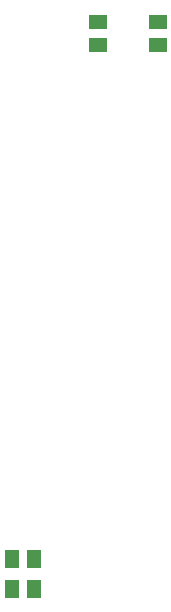
<source format=gbr>
G04 EAGLE Gerber RS-274X export*
G75*
%MOMM*%
%FSLAX34Y34*%
%LPD*%
%INSolderpaste Bottom*%
%IPPOS*%
%AMOC8*
5,1,8,0,0,1.08239X$1,22.5*%
G01*
%ADD10R,1.300000X1.500000*%
%ADD11R,1.500000X1.300000*%


D10*
X649100Y313900D03*
X630100Y313900D03*
X630100Y339300D03*
X649100Y339300D03*
D11*
X753900Y793300D03*
X753900Y774300D03*
X703100Y793300D03*
X703100Y774300D03*
M02*

</source>
